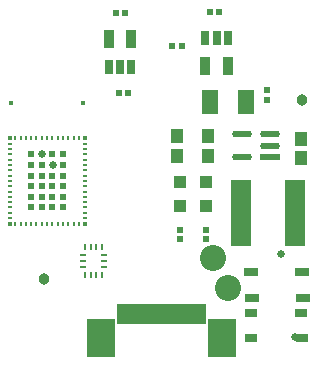
<source format=gts>
G04*
G04 #@! TF.GenerationSoftware,Altium Limited,Altium Designer,23.1.1 (15)*
G04*
G04 Layer_Color=8388736*
%FSLAX44Y44*%
%MOMM*%
G71*
G04*
G04 #@! TF.SameCoordinates,B54EA911-69F6-478F-8CB3-DEBD2400B795*
G04*
G04*
G04 #@! TF.FilePolarity,Negative*
G04*
G01*
G75*
%ADD16R,1.0121X1.1581*%
%ADD17R,0.6000X0.6000*%
%ADD18R,0.2500X0.3500*%
%ADD19R,0.7000X1.3000*%
%ADD20R,1.2000X0.6500*%
%ADD21R,1.0000X0.6500*%
%ADD22R,0.4300X0.4300*%
%ADD23R,0.3500X0.3500*%
%ADD24R,0.3500X0.2500*%
%ADD25R,0.3000X0.3000*%
%ADD27R,1.7018X5.6896*%
G04:AMPARAMS|DCode=28|XSize=1.6571mm|YSize=0.5658mm|CornerRadius=0.2829mm|HoleSize=0mm|Usage=FLASHONLY|Rotation=180.000|XOffset=0mm|YOffset=0mm|HoleType=Round|Shape=RoundedRectangle|*
%AMROUNDEDRECTD28*
21,1,1.6571,0.0000,0,0,180.0*
21,1,1.0913,0.5658,0,0,180.0*
1,1,0.5658,-0.5457,0.0000*
1,1,0.5658,0.5457,0.0000*
1,1,0.5658,0.5457,0.0000*
1,1,0.5658,-0.5457,0.0000*
%
%ADD28ROUNDEDRECTD28*%
%ADD29R,1.6571X0.5658*%
%ADD30R,0.5725X0.6153*%
%ADD31R,0.2540X0.5750*%
%ADD32R,0.5750X0.2540*%
%ADD33R,0.5200X0.5200*%
%ADD34R,1.1000X1.1000*%
%ADD35R,0.5000X0.5500*%
%ADD36R,2.4432X3.3232*%
%ADD37R,0.5032X1.8032*%
%ADD38R,0.9032X1.5032*%
%ADD39R,1.4532X2.0032*%
%ADD40C,0.9652*%
%ADD41C,2.2032*%
%ADD42C,0.6604*%
D16*
X1250442Y905042D02*
D03*
Y888503D02*
D03*
X1171364Y890514D02*
D03*
Y907054D02*
D03*
X1145540Y890514D02*
D03*
Y907054D02*
D03*
D17*
X1021667Y882907D02*
D03*
X1030667D02*
D03*
X1039667Y891907D02*
D03*
Y873907D02*
D03*
Y864907D02*
D03*
Y855907D02*
D03*
X1030667D02*
D03*
Y864907D02*
D03*
Y873907D02*
D03*
X1039667Y846907D02*
D03*
X1030667D02*
D03*
X1048667Y891907D02*
D03*
Y882907D02*
D03*
Y873907D02*
D03*
Y864907D02*
D03*
Y855907D02*
D03*
Y846907D02*
D03*
X1021667D02*
D03*
Y855907D02*
D03*
Y864907D02*
D03*
Y873907D02*
D03*
Y891907D02*
D03*
D18*
X1057667Y833157D02*
D03*
X1062167D02*
D03*
X1026167D02*
D03*
X1008167Y905657D02*
D03*
X1012667D02*
D03*
X1017167D02*
D03*
X1021667D02*
D03*
X1026167D02*
D03*
X1030667D02*
D03*
X1035167D02*
D03*
X1039667D02*
D03*
X1044167D02*
D03*
X1048667D02*
D03*
X1053167D02*
D03*
X1057667D02*
D03*
X1062167D02*
D03*
X1053167Y833157D02*
D03*
X1048667D02*
D03*
X1044167D02*
D03*
X1039667D02*
D03*
X1035167D02*
D03*
X1030667D02*
D03*
X1021667D02*
D03*
X1017167D02*
D03*
X1012667D02*
D03*
X1008167D02*
D03*
D19*
X1178735Y990754D02*
D03*
X1169235D02*
D03*
X1188235D02*
D03*
X1087521Y965602D02*
D03*
X1097021D02*
D03*
X1106521D02*
D03*
D20*
X1208133Y791847D02*
D03*
X1251133Y791847D02*
D03*
X1208431Y770049D02*
D03*
X1251431D02*
D03*
D21*
X1250814Y736119D02*
D03*
X1207814D02*
D03*
X1250516Y757917D02*
D03*
X1207516D02*
D03*
D22*
X1065667Y935257D02*
D03*
X1004667D02*
D03*
D23*
X1066917Y833157D02*
D03*
X1003417D02*
D03*
X1066917Y905657D02*
D03*
D24*
Y900907D02*
D03*
Y896407D02*
D03*
Y891907D02*
D03*
Y887407D02*
D03*
Y882907D02*
D03*
Y878407D02*
D03*
Y873907D02*
D03*
Y869407D02*
D03*
Y864907D02*
D03*
Y860407D02*
D03*
Y855907D02*
D03*
Y851407D02*
D03*
Y846907D02*
D03*
Y842407D02*
D03*
Y837907D02*
D03*
X1003417D02*
D03*
Y842407D02*
D03*
Y846907D02*
D03*
Y851407D02*
D03*
Y855907D02*
D03*
Y860407D02*
D03*
Y864907D02*
D03*
Y869407D02*
D03*
Y873907D02*
D03*
Y878407D02*
D03*
Y882907D02*
D03*
Y887407D02*
D03*
Y891907D02*
D03*
Y896407D02*
D03*
Y900907D02*
D03*
D25*
Y905657D02*
D03*
D27*
X1199641Y842364D02*
D03*
X1244641D02*
D03*
D28*
X1200053Y889730D02*
D03*
Y908730D02*
D03*
X1223564D02*
D03*
Y899230D02*
D03*
D29*
Y889730D02*
D03*
D30*
X1221232Y946372D02*
D03*
Y937800D02*
D03*
D31*
X1066932Y789912D02*
D03*
X1071932Y789912D02*
D03*
X1076932Y789912D02*
D03*
X1081932Y789912D02*
D03*
X1081932Y813162D02*
D03*
X1076932Y813163D02*
D03*
X1071932Y813162D02*
D03*
X1066932Y813162D02*
D03*
D32*
X1083557Y796537D02*
D03*
Y801537D02*
D03*
X1083557Y806537D02*
D03*
X1065307Y806537D02*
D03*
Y801537D02*
D03*
X1065307Y796537D02*
D03*
D33*
X1095796Y943959D02*
D03*
X1103796D02*
D03*
X1141290Y983570D02*
D03*
X1149290D02*
D03*
X1101280Y1011244D02*
D03*
X1093280D02*
D03*
X1180782Y1012397D02*
D03*
X1172782D02*
D03*
D34*
X1147890Y868520D02*
D03*
Y848520D02*
D03*
X1169532Y868520D02*
D03*
Y848520D02*
D03*
D35*
X1148080Y820480D02*
D03*
Y827980D02*
D03*
X1169670Y820480D02*
D03*
Y827980D02*
D03*
D36*
X1080422Y736676D02*
D03*
X1183362D02*
D03*
D37*
X1096892Y756476D02*
D03*
X1101892D02*
D03*
X1106892D02*
D03*
X1111892D02*
D03*
X1116892D02*
D03*
X1121892D02*
D03*
X1126892D02*
D03*
X1131892D02*
D03*
X1136892D02*
D03*
X1141892D02*
D03*
X1146892D02*
D03*
X1151892D02*
D03*
X1156892D02*
D03*
X1161892D02*
D03*
X1166892D02*
D03*
D38*
X1169235Y966754D02*
D03*
X1188235D02*
D03*
X1106521Y989602D02*
D03*
X1087521D02*
D03*
D39*
X1203181Y936520D02*
D03*
X1172681D02*
D03*
D40*
X1032510Y786130D02*
D03*
X1250950Y937514D02*
D03*
D41*
X1175474Y803838D02*
D03*
X1188720Y778510D02*
D03*
D42*
X1250188Y769874D02*
D03*
X1244751Y737513D02*
D03*
X1030667Y891907D02*
D03*
X1233170Y807720D02*
D03*
X1243330Y821690D02*
D03*
X1039740Y883022D02*
D03*
M02*

</source>
